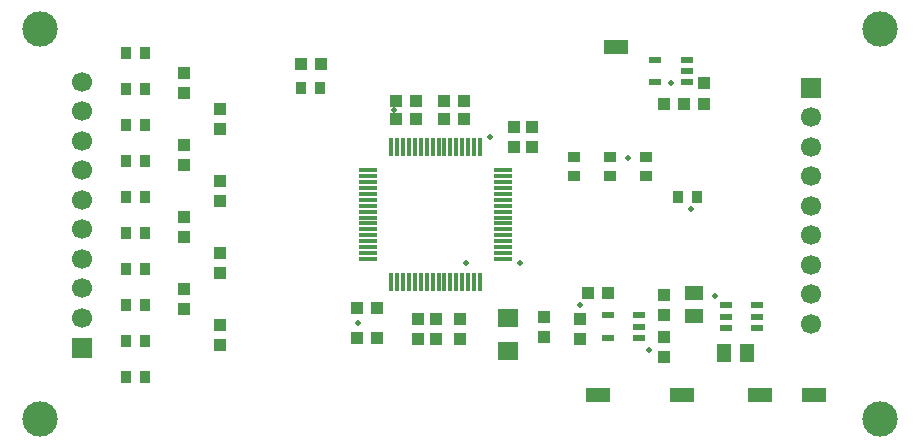
<source format=gbr>
G04 Generated by Ultiboard 14.2 *
%FSLAX24Y24*%
%MOIN*%

%ADD10C,0.0001*%
%ADD11R,0.0374X0.0394*%
%ADD12C,0.0669*%
%ADD13R,0.0669X0.0669*%
%ADD14R,0.0394X0.0433*%
%ADD15R,0.0591X0.0118*%
%ADD16R,0.0118X0.0591*%
%ADD17R,0.0394X0.0374*%
%ADD18R,0.0433X0.0394*%
%ADD19R,0.0787X0.0472*%
%ADD20R,0.0512X0.0591*%
%ADD21R,0.0433X0.0236*%
%ADD22R,0.0591X0.0512*%
%ADD23R,0.0413X0.0236*%
%ADD24R,0.0709X0.0630*%
%ADD25C,0.0200*%
%ADD26C,0.1181*%


G04 ColorRGB FF00CC for the following layer *
%LNSolder Mask Top*%
%LPD*%
G54D10*
G54D11*
X3885Y2400D03*
X4515Y2400D03*
X3885Y3600D03*
X4515Y3600D03*
X3885Y4800D03*
X4515Y4800D03*
X3885Y6000D03*
X4515Y6000D03*
X3885Y7200D03*
X4515Y7200D03*
X3885Y8400D03*
X4515Y8400D03*
X22285Y8400D03*
X22915Y8400D03*
X3885Y9600D03*
X4515Y9600D03*
X3885Y10800D03*
X4515Y10800D03*
X3885Y12000D03*
X4515Y12000D03*
X9720Y12035D03*
X10350Y12035D03*
X3885Y13200D03*
X4515Y13200D03*
G54D12*
X2407Y4355D03*
X2407Y5339D03*
X2407Y6324D03*
X2407Y7308D03*
X2407Y8292D03*
X2407Y9276D03*
X2407Y10261D03*
X2407Y11245D03*
X2407Y12229D03*
X26725Y11053D03*
X26725Y10069D03*
X26725Y9084D03*
X26725Y8100D03*
X26725Y7116D03*
X26725Y6131D03*
X26725Y5147D03*
X26725Y4163D03*
G54D13*
X2407Y3371D03*
X26725Y12037D03*
G54D14*
X7000Y3465D03*
X7000Y4135D03*
X5800Y4665D03*
X5800Y5335D03*
X7000Y5865D03*
X7000Y6535D03*
X5800Y7065D03*
X5800Y7735D03*
X7000Y8265D03*
X7000Y8935D03*
X5800Y9465D03*
X5800Y10135D03*
X7000Y10665D03*
X7000Y11335D03*
X5800Y11865D03*
X5800Y12535D03*
X19000Y3665D03*
X19000Y4335D03*
X21800Y4465D03*
X21800Y5135D03*
X23158Y11504D03*
X23158Y12174D03*
X17400Y10065D03*
X17400Y10735D03*
X16800Y10065D03*
X16800Y10735D03*
X15000Y3665D03*
X15000Y4335D03*
X17800Y3711D03*
X17800Y4380D03*
X21800Y3735D03*
X21800Y3065D03*
X13600Y3665D03*
X13600Y4335D03*
X14200Y3665D03*
X14200Y4335D03*
G54D15*
X11956Y9276D03*
X11956Y7898D03*
X11956Y7702D03*
X11956Y6324D03*
X11956Y7505D03*
X11956Y7308D03*
X11956Y7111D03*
X11956Y6914D03*
X11956Y6717D03*
X11956Y6520D03*
X11956Y9080D03*
X11956Y8883D03*
X11956Y8686D03*
X11956Y8489D03*
X11956Y8292D03*
X11956Y8095D03*
X16444Y9276D03*
X16444Y7898D03*
X16444Y7702D03*
X16444Y6324D03*
X16444Y7505D03*
X16444Y7308D03*
X16444Y7111D03*
X16444Y6914D03*
X16444Y6717D03*
X16444Y6520D03*
X16444Y9080D03*
X16444Y8883D03*
X16444Y8686D03*
X16444Y8489D03*
X16444Y8292D03*
X16444Y8095D03*
G54D16*
X15086Y5556D03*
X13511Y5556D03*
X12724Y5556D03*
X12920Y5556D03*
X13117Y5556D03*
X13314Y5556D03*
X14102Y5556D03*
X14298Y5556D03*
X13708Y5556D03*
X13905Y5556D03*
X14495Y5556D03*
X14692Y5556D03*
X14889Y5556D03*
X15676Y5556D03*
X15283Y5556D03*
X15480Y5556D03*
X15086Y10044D03*
X13511Y10044D03*
X12724Y10044D03*
X12920Y10044D03*
X13117Y10044D03*
X13314Y10044D03*
X14102Y10044D03*
X14298Y10044D03*
X13708Y10044D03*
X13905Y10044D03*
X14495Y10044D03*
X14692Y10044D03*
X14889Y10044D03*
X15676Y10044D03*
X15283Y10044D03*
X15480Y10044D03*
G54D17*
X18800Y9085D03*
X18800Y9715D03*
X20000Y9085D03*
X20000Y9715D03*
X21200Y9085D03*
X21200Y9715D03*
G54D18*
X9700Y12835D03*
X10370Y12835D03*
X19265Y5200D03*
X19935Y5200D03*
X21823Y11485D03*
X22492Y11485D03*
X14465Y11000D03*
X15135Y11000D03*
X14465Y11600D03*
X15135Y11600D03*
X12865Y11000D03*
X13535Y11000D03*
X12865Y11600D03*
X13535Y11600D03*
X11565Y3700D03*
X12235Y3700D03*
X11565Y4700D03*
X12235Y4700D03*
G54D19*
X20200Y13400D03*
X19600Y1800D03*
X22400Y1800D03*
X25000Y1800D03*
X26800Y1800D03*
G54D20*
X23826Y3200D03*
X24574Y3200D03*
G54D21*
X19956Y3696D03*
X20980Y3696D03*
X19956Y4444D03*
X20980Y4444D03*
X20980Y4070D03*
X23888Y4400D03*
X23888Y4026D03*
X23888Y4774D03*
X24912Y4400D03*
X24912Y4026D03*
X24912Y4774D03*
G54D22*
X22800Y4426D03*
X22800Y5174D03*
G54D23*
X21525Y12210D03*
X22588Y12210D03*
X21525Y12958D03*
X22588Y12584D03*
X22588Y12958D03*
G54D24*
X16600Y3249D03*
X16600Y4351D03*
G54D25*
X20600Y9700D03*
X23500Y5100D03*
X11600Y4200D03*
X22700Y8000D03*
X17000Y6200D03*
X16000Y10400D03*
X15200Y6200D03*
X22058Y12185D03*
X21300Y3300D03*
X19000Y4800D03*
X12800Y11300D03*
G54D26*
X29000Y14000D03*
X29000Y1000D03*
X1000Y1000D03*
X1000Y14000D03*

M02*

</source>
